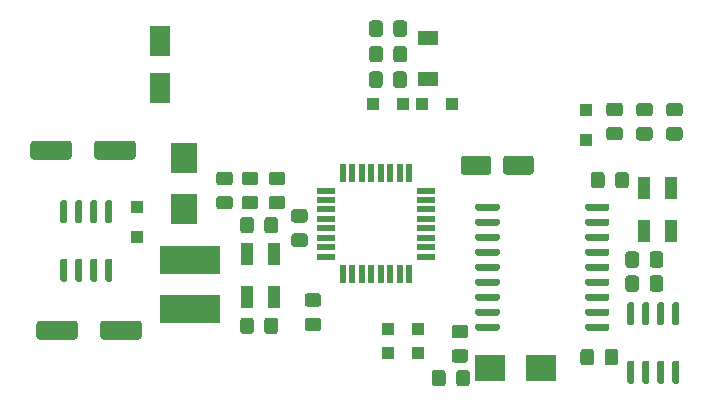
<source format=gbr>
%TF.GenerationSoftware,KiCad,Pcbnew,(5.1.6-0-10_14)*%
%TF.CreationDate,2021-03-12T18:27:13+01:00*%
%TF.ProjectId,CAN_Display,43414e5f-4469-4737-906c-61792e6b6963,rev?*%
%TF.SameCoordinates,Original*%
%TF.FileFunction,Paste,Top*%
%TF.FilePolarity,Positive*%
%FSLAX46Y46*%
G04 Gerber Fmt 4.6, Leading zero omitted, Abs format (unit mm)*
G04 Created by KiCad (PCBNEW (5.1.6-0-10_14)) date 2021-03-12 18:27:13*
%MOMM*%
%LPD*%
G01*
G04 APERTURE LIST*
%ADD10R,2.500000X2.300000*%
%ADD11R,1.800000X2.500000*%
%ADD12R,1.000000X1.000000*%
%ADD13R,1.100000X1.900000*%
%ADD14R,1.700000X1.300000*%
%ADD15R,5.100000X2.350000*%
%ADD16R,2.300000X2.500000*%
%ADD17R,0.550000X1.600000*%
%ADD18R,1.600000X0.550000*%
G04 APERTURE END LIST*
%TO.C,U2*%
G36*
G01*
X167444000Y-105641000D02*
X167444000Y-105941000D01*
G75*
G02*
X167294000Y-106091000I-150000J0D01*
G01*
X165544000Y-106091000D01*
G75*
G02*
X165394000Y-105941000I0J150000D01*
G01*
X165394000Y-105641000D01*
G75*
G02*
X165544000Y-105491000I150000J0D01*
G01*
X167294000Y-105491000D01*
G75*
G02*
X167444000Y-105641000I0J-150000D01*
G01*
G37*
G36*
G01*
X167444000Y-104371000D02*
X167444000Y-104671000D01*
G75*
G02*
X167294000Y-104821000I-150000J0D01*
G01*
X165544000Y-104821000D01*
G75*
G02*
X165394000Y-104671000I0J150000D01*
G01*
X165394000Y-104371000D01*
G75*
G02*
X165544000Y-104221000I150000J0D01*
G01*
X167294000Y-104221000D01*
G75*
G02*
X167444000Y-104371000I0J-150000D01*
G01*
G37*
G36*
G01*
X167444000Y-103101000D02*
X167444000Y-103401000D01*
G75*
G02*
X167294000Y-103551000I-150000J0D01*
G01*
X165544000Y-103551000D01*
G75*
G02*
X165394000Y-103401000I0J150000D01*
G01*
X165394000Y-103101000D01*
G75*
G02*
X165544000Y-102951000I150000J0D01*
G01*
X167294000Y-102951000D01*
G75*
G02*
X167444000Y-103101000I0J-150000D01*
G01*
G37*
G36*
G01*
X167444000Y-101831000D02*
X167444000Y-102131000D01*
G75*
G02*
X167294000Y-102281000I-150000J0D01*
G01*
X165544000Y-102281000D01*
G75*
G02*
X165394000Y-102131000I0J150000D01*
G01*
X165394000Y-101831000D01*
G75*
G02*
X165544000Y-101681000I150000J0D01*
G01*
X167294000Y-101681000D01*
G75*
G02*
X167444000Y-101831000I0J-150000D01*
G01*
G37*
G36*
G01*
X167444000Y-100561000D02*
X167444000Y-100861000D01*
G75*
G02*
X167294000Y-101011000I-150000J0D01*
G01*
X165544000Y-101011000D01*
G75*
G02*
X165394000Y-100861000I0J150000D01*
G01*
X165394000Y-100561000D01*
G75*
G02*
X165544000Y-100411000I150000J0D01*
G01*
X167294000Y-100411000D01*
G75*
G02*
X167444000Y-100561000I0J-150000D01*
G01*
G37*
G36*
G01*
X167444000Y-99291000D02*
X167444000Y-99591000D01*
G75*
G02*
X167294000Y-99741000I-150000J0D01*
G01*
X165544000Y-99741000D01*
G75*
G02*
X165394000Y-99591000I0J150000D01*
G01*
X165394000Y-99291000D01*
G75*
G02*
X165544000Y-99141000I150000J0D01*
G01*
X167294000Y-99141000D01*
G75*
G02*
X167444000Y-99291000I0J-150000D01*
G01*
G37*
G36*
G01*
X167444000Y-98021000D02*
X167444000Y-98321000D01*
G75*
G02*
X167294000Y-98471000I-150000J0D01*
G01*
X165544000Y-98471000D01*
G75*
G02*
X165394000Y-98321000I0J150000D01*
G01*
X165394000Y-98021000D01*
G75*
G02*
X165544000Y-97871000I150000J0D01*
G01*
X167294000Y-97871000D01*
G75*
G02*
X167444000Y-98021000I0J-150000D01*
G01*
G37*
G36*
G01*
X167444000Y-96751000D02*
X167444000Y-97051000D01*
G75*
G02*
X167294000Y-97201000I-150000J0D01*
G01*
X165544000Y-97201000D01*
G75*
G02*
X165394000Y-97051000I0J150000D01*
G01*
X165394000Y-96751000D01*
G75*
G02*
X165544000Y-96601000I150000J0D01*
G01*
X167294000Y-96601000D01*
G75*
G02*
X167444000Y-96751000I0J-150000D01*
G01*
G37*
G36*
G01*
X167444000Y-95481000D02*
X167444000Y-95781000D01*
G75*
G02*
X167294000Y-95931000I-150000J0D01*
G01*
X165544000Y-95931000D01*
G75*
G02*
X165394000Y-95781000I0J150000D01*
G01*
X165394000Y-95481000D01*
G75*
G02*
X165544000Y-95331000I150000J0D01*
G01*
X167294000Y-95331000D01*
G75*
G02*
X167444000Y-95481000I0J-150000D01*
G01*
G37*
G36*
G01*
X176744000Y-95481000D02*
X176744000Y-95781000D01*
G75*
G02*
X176594000Y-95931000I-150000J0D01*
G01*
X174844000Y-95931000D01*
G75*
G02*
X174694000Y-95781000I0J150000D01*
G01*
X174694000Y-95481000D01*
G75*
G02*
X174844000Y-95331000I150000J0D01*
G01*
X176594000Y-95331000D01*
G75*
G02*
X176744000Y-95481000I0J-150000D01*
G01*
G37*
G36*
G01*
X176744000Y-96751000D02*
X176744000Y-97051000D01*
G75*
G02*
X176594000Y-97201000I-150000J0D01*
G01*
X174844000Y-97201000D01*
G75*
G02*
X174694000Y-97051000I0J150000D01*
G01*
X174694000Y-96751000D01*
G75*
G02*
X174844000Y-96601000I150000J0D01*
G01*
X176594000Y-96601000D01*
G75*
G02*
X176744000Y-96751000I0J-150000D01*
G01*
G37*
G36*
G01*
X176744000Y-98021000D02*
X176744000Y-98321000D01*
G75*
G02*
X176594000Y-98471000I-150000J0D01*
G01*
X174844000Y-98471000D01*
G75*
G02*
X174694000Y-98321000I0J150000D01*
G01*
X174694000Y-98021000D01*
G75*
G02*
X174844000Y-97871000I150000J0D01*
G01*
X176594000Y-97871000D01*
G75*
G02*
X176744000Y-98021000I0J-150000D01*
G01*
G37*
G36*
G01*
X176744000Y-99291000D02*
X176744000Y-99591000D01*
G75*
G02*
X176594000Y-99741000I-150000J0D01*
G01*
X174844000Y-99741000D01*
G75*
G02*
X174694000Y-99591000I0J150000D01*
G01*
X174694000Y-99291000D01*
G75*
G02*
X174844000Y-99141000I150000J0D01*
G01*
X176594000Y-99141000D01*
G75*
G02*
X176744000Y-99291000I0J-150000D01*
G01*
G37*
G36*
G01*
X176744000Y-100561000D02*
X176744000Y-100861000D01*
G75*
G02*
X176594000Y-101011000I-150000J0D01*
G01*
X174844000Y-101011000D01*
G75*
G02*
X174694000Y-100861000I0J150000D01*
G01*
X174694000Y-100561000D01*
G75*
G02*
X174844000Y-100411000I150000J0D01*
G01*
X176594000Y-100411000D01*
G75*
G02*
X176744000Y-100561000I0J-150000D01*
G01*
G37*
G36*
G01*
X176744000Y-101831000D02*
X176744000Y-102131000D01*
G75*
G02*
X176594000Y-102281000I-150000J0D01*
G01*
X174844000Y-102281000D01*
G75*
G02*
X174694000Y-102131000I0J150000D01*
G01*
X174694000Y-101831000D01*
G75*
G02*
X174844000Y-101681000I150000J0D01*
G01*
X176594000Y-101681000D01*
G75*
G02*
X176744000Y-101831000I0J-150000D01*
G01*
G37*
G36*
G01*
X176744000Y-103101000D02*
X176744000Y-103401000D01*
G75*
G02*
X176594000Y-103551000I-150000J0D01*
G01*
X174844000Y-103551000D01*
G75*
G02*
X174694000Y-103401000I0J150000D01*
G01*
X174694000Y-103101000D01*
G75*
G02*
X174844000Y-102951000I150000J0D01*
G01*
X176594000Y-102951000D01*
G75*
G02*
X176744000Y-103101000I0J-150000D01*
G01*
G37*
G36*
G01*
X176744000Y-104371000D02*
X176744000Y-104671000D01*
G75*
G02*
X176594000Y-104821000I-150000J0D01*
G01*
X174844000Y-104821000D01*
G75*
G02*
X174694000Y-104671000I0J150000D01*
G01*
X174694000Y-104371000D01*
G75*
G02*
X174844000Y-104221000I150000J0D01*
G01*
X176594000Y-104221000D01*
G75*
G02*
X176744000Y-104371000I0J-150000D01*
G01*
G37*
G36*
G01*
X176744000Y-105641000D02*
X176744000Y-105941000D01*
G75*
G02*
X176594000Y-106091000I-150000J0D01*
G01*
X174844000Y-106091000D01*
G75*
G02*
X174694000Y-105941000I0J150000D01*
G01*
X174694000Y-105641000D01*
G75*
G02*
X174844000Y-105491000I150000J0D01*
G01*
X176594000Y-105491000D01*
G75*
G02*
X176744000Y-105641000I0J-150000D01*
G01*
G37*
%TD*%
D10*
%TO.C,D10*%
X166642000Y-109220000D03*
X170942000Y-109220000D03*
%TD*%
D11*
%TO.C,D4*%
X138684000Y-81534000D03*
X138684000Y-85534000D03*
%TD*%
D12*
%TO.C,D9*%
X160528000Y-107950000D03*
X158028000Y-107950000D03*
%TD*%
%TO.C,D8*%
X160528000Y-105918000D03*
X158028000Y-105918000D03*
%TD*%
%TO.C,D7*%
X156758000Y-86868000D03*
X159258000Y-86868000D03*
%TD*%
%TO.C,D5*%
X160909000Y-86868000D03*
X163409000Y-86868000D03*
%TD*%
%TO.C,D3*%
X174752000Y-89916000D03*
X174752000Y-87416000D03*
%TD*%
%TO.C,D2*%
X136779000Y-95631000D03*
X136779000Y-98131000D03*
%TD*%
D13*
%TO.C,Y2*%
X181991000Y-93980000D03*
X181991000Y-97680000D03*
X179691000Y-97680000D03*
X179691000Y-93980000D03*
%TD*%
%TO.C,Y1*%
X148336000Y-99568000D03*
X148336000Y-103268000D03*
X146036000Y-103268000D03*
X146036000Y-99568000D03*
%TD*%
%TO.C,R8*%
G36*
G01*
X157547000Y-82226999D02*
X157547000Y-83127001D01*
G75*
G02*
X157297001Y-83377000I-249999J0D01*
G01*
X156646999Y-83377000D01*
G75*
G02*
X156397000Y-83127001I0J249999D01*
G01*
X156397000Y-82226999D01*
G75*
G02*
X156646999Y-81977000I249999J0D01*
G01*
X157297001Y-81977000D01*
G75*
G02*
X157547000Y-82226999I0J-249999D01*
G01*
G37*
G36*
G01*
X159597000Y-82226999D02*
X159597000Y-83127001D01*
G75*
G02*
X159347001Y-83377000I-249999J0D01*
G01*
X158696999Y-83377000D01*
G75*
G02*
X158447000Y-83127001I0J249999D01*
G01*
X158447000Y-82226999D01*
G75*
G02*
X158696999Y-81977000I249999J0D01*
G01*
X159347001Y-81977000D01*
G75*
G02*
X159597000Y-82226999I0J-249999D01*
G01*
G37*
%TD*%
%TO.C,R7*%
G36*
G01*
X157547000Y-80067999D02*
X157547000Y-80968001D01*
G75*
G02*
X157297001Y-81218000I-249999J0D01*
G01*
X156646999Y-81218000D01*
G75*
G02*
X156397000Y-80968001I0J249999D01*
G01*
X156397000Y-80067999D01*
G75*
G02*
X156646999Y-79818000I249999J0D01*
G01*
X157297001Y-79818000D01*
G75*
G02*
X157547000Y-80067999I0J-249999D01*
G01*
G37*
G36*
G01*
X159597000Y-80067999D02*
X159597000Y-80968001D01*
G75*
G02*
X159347001Y-81218000I-249999J0D01*
G01*
X158696999Y-81218000D01*
G75*
G02*
X158447000Y-80968001I0J249999D01*
G01*
X158447000Y-80067999D01*
G75*
G02*
X158696999Y-79818000I249999J0D01*
G01*
X159347001Y-79818000D01*
G75*
G02*
X159597000Y-80067999I0J-249999D01*
G01*
G37*
%TD*%
D14*
%TO.C,D6*%
X161417000Y-81280000D03*
X161417000Y-84780000D03*
%TD*%
%TO.C,C15*%
G36*
G01*
X167737000Y-92625000D02*
X167737000Y-91525000D01*
G75*
G02*
X167987000Y-91275000I250000J0D01*
G01*
X170087000Y-91275000D01*
G75*
G02*
X170337000Y-91525000I0J-250000D01*
G01*
X170337000Y-92625000D01*
G75*
G02*
X170087000Y-92875000I-250000J0D01*
G01*
X167987000Y-92875000D01*
G75*
G02*
X167737000Y-92625000I0J250000D01*
G01*
G37*
G36*
G01*
X164137000Y-92625000D02*
X164137000Y-91525000D01*
G75*
G02*
X164387000Y-91275000I250000J0D01*
G01*
X166487000Y-91275000D01*
G75*
G02*
X166737000Y-91525000I0J-250000D01*
G01*
X166737000Y-92625000D01*
G75*
G02*
X166487000Y-92875000I-250000J0D01*
G01*
X164387000Y-92875000D01*
G75*
G02*
X164137000Y-92625000I0J250000D01*
G01*
G37*
%TD*%
%TO.C,C13*%
G36*
G01*
X157529000Y-84385999D02*
X157529000Y-85286001D01*
G75*
G02*
X157279001Y-85536000I-249999J0D01*
G01*
X156628999Y-85536000D01*
G75*
G02*
X156379000Y-85286001I0J249999D01*
G01*
X156379000Y-84385999D01*
G75*
G02*
X156628999Y-84136000I249999J0D01*
G01*
X157279001Y-84136000D01*
G75*
G02*
X157529000Y-84385999I0J-249999D01*
G01*
G37*
G36*
G01*
X159579000Y-84385999D02*
X159579000Y-85286001D01*
G75*
G02*
X159329001Y-85536000I-249999J0D01*
G01*
X158678999Y-85536000D01*
G75*
G02*
X158429000Y-85286001I0J249999D01*
G01*
X158429000Y-84385999D01*
G75*
G02*
X158678999Y-84136000I249999J0D01*
G01*
X159329001Y-84136000D01*
G75*
G02*
X159579000Y-84385999I0J-249999D01*
G01*
G37*
%TD*%
%TO.C,U4*%
G36*
G01*
X134216000Y-99990000D02*
X134516000Y-99990000D01*
G75*
G02*
X134666000Y-100140000I0J-150000D01*
G01*
X134666000Y-101790000D01*
G75*
G02*
X134516000Y-101940000I-150000J0D01*
G01*
X134216000Y-101940000D01*
G75*
G02*
X134066000Y-101790000I0J150000D01*
G01*
X134066000Y-100140000D01*
G75*
G02*
X134216000Y-99990000I150000J0D01*
G01*
G37*
G36*
G01*
X132946000Y-99990000D02*
X133246000Y-99990000D01*
G75*
G02*
X133396000Y-100140000I0J-150000D01*
G01*
X133396000Y-101790000D01*
G75*
G02*
X133246000Y-101940000I-150000J0D01*
G01*
X132946000Y-101940000D01*
G75*
G02*
X132796000Y-101790000I0J150000D01*
G01*
X132796000Y-100140000D01*
G75*
G02*
X132946000Y-99990000I150000J0D01*
G01*
G37*
G36*
G01*
X131676000Y-99990000D02*
X131976000Y-99990000D01*
G75*
G02*
X132126000Y-100140000I0J-150000D01*
G01*
X132126000Y-101790000D01*
G75*
G02*
X131976000Y-101940000I-150000J0D01*
G01*
X131676000Y-101940000D01*
G75*
G02*
X131526000Y-101790000I0J150000D01*
G01*
X131526000Y-100140000D01*
G75*
G02*
X131676000Y-99990000I150000J0D01*
G01*
G37*
G36*
G01*
X130406000Y-99990000D02*
X130706000Y-99990000D01*
G75*
G02*
X130856000Y-100140000I0J-150000D01*
G01*
X130856000Y-101790000D01*
G75*
G02*
X130706000Y-101940000I-150000J0D01*
G01*
X130406000Y-101940000D01*
G75*
G02*
X130256000Y-101790000I0J150000D01*
G01*
X130256000Y-100140000D01*
G75*
G02*
X130406000Y-99990000I150000J0D01*
G01*
G37*
G36*
G01*
X130406000Y-95040000D02*
X130706000Y-95040000D01*
G75*
G02*
X130856000Y-95190000I0J-150000D01*
G01*
X130856000Y-96840000D01*
G75*
G02*
X130706000Y-96990000I-150000J0D01*
G01*
X130406000Y-96990000D01*
G75*
G02*
X130256000Y-96840000I0J150000D01*
G01*
X130256000Y-95190000D01*
G75*
G02*
X130406000Y-95040000I150000J0D01*
G01*
G37*
G36*
G01*
X131676000Y-95040000D02*
X131976000Y-95040000D01*
G75*
G02*
X132126000Y-95190000I0J-150000D01*
G01*
X132126000Y-96840000D01*
G75*
G02*
X131976000Y-96990000I-150000J0D01*
G01*
X131676000Y-96990000D01*
G75*
G02*
X131526000Y-96840000I0J150000D01*
G01*
X131526000Y-95190000D01*
G75*
G02*
X131676000Y-95040000I150000J0D01*
G01*
G37*
G36*
G01*
X132946000Y-95040000D02*
X133246000Y-95040000D01*
G75*
G02*
X133396000Y-95190000I0J-150000D01*
G01*
X133396000Y-96840000D01*
G75*
G02*
X133246000Y-96990000I-150000J0D01*
G01*
X132946000Y-96990000D01*
G75*
G02*
X132796000Y-96840000I0J150000D01*
G01*
X132796000Y-95190000D01*
G75*
G02*
X132946000Y-95040000I150000J0D01*
G01*
G37*
G36*
G01*
X134216000Y-95040000D02*
X134516000Y-95040000D01*
G75*
G02*
X134666000Y-95190000I0J-150000D01*
G01*
X134666000Y-96840000D01*
G75*
G02*
X134516000Y-96990000I-150000J0D01*
G01*
X134216000Y-96990000D01*
G75*
G02*
X134066000Y-96840000I0J150000D01*
G01*
X134066000Y-95190000D01*
G75*
G02*
X134216000Y-95040000I150000J0D01*
G01*
G37*
%TD*%
D15*
%TO.C,L1*%
X141224000Y-104267000D03*
X141224000Y-100117000D03*
%TD*%
D16*
%TO.C,D1*%
X140716000Y-95758000D03*
X140716000Y-91458000D03*
%TD*%
%TO.C,C10*%
G36*
G01*
X131732000Y-105495000D02*
X131732000Y-106595000D01*
G75*
G02*
X131482000Y-106845000I-250000J0D01*
G01*
X128482000Y-106845000D01*
G75*
G02*
X128232000Y-106595000I0J250000D01*
G01*
X128232000Y-105495000D01*
G75*
G02*
X128482000Y-105245000I250000J0D01*
G01*
X131482000Y-105245000D01*
G75*
G02*
X131732000Y-105495000I0J-250000D01*
G01*
G37*
G36*
G01*
X137132000Y-105495000D02*
X137132000Y-106595000D01*
G75*
G02*
X136882000Y-106845000I-250000J0D01*
G01*
X133882000Y-106845000D01*
G75*
G02*
X133632000Y-106595000I0J250000D01*
G01*
X133632000Y-105495000D01*
G75*
G02*
X133882000Y-105245000I250000J0D01*
G01*
X136882000Y-105245000D01*
G75*
G02*
X137132000Y-105495000I0J-250000D01*
G01*
G37*
%TD*%
%TO.C,C9*%
G36*
G01*
X131224000Y-90255000D02*
X131224000Y-91355000D01*
G75*
G02*
X130974000Y-91605000I-250000J0D01*
G01*
X127974000Y-91605000D01*
G75*
G02*
X127724000Y-91355000I0J250000D01*
G01*
X127724000Y-90255000D01*
G75*
G02*
X127974000Y-90005000I250000J0D01*
G01*
X130974000Y-90005000D01*
G75*
G02*
X131224000Y-90255000I0J-250000D01*
G01*
G37*
G36*
G01*
X136624000Y-90255000D02*
X136624000Y-91355000D01*
G75*
G02*
X136374000Y-91605000I-250000J0D01*
G01*
X133374000Y-91605000D01*
G75*
G02*
X133124000Y-91355000I0J250000D01*
G01*
X133124000Y-90255000D01*
G75*
G02*
X133374000Y-90005000I250000J0D01*
G01*
X136374000Y-90005000D01*
G75*
G02*
X136624000Y-90255000I0J-250000D01*
G01*
G37*
%TD*%
%TO.C,C12*%
G36*
G01*
X176714999Y-88833000D02*
X177615001Y-88833000D01*
G75*
G02*
X177865000Y-89082999I0J-249999D01*
G01*
X177865000Y-89733001D01*
G75*
G02*
X177615001Y-89983000I-249999J0D01*
G01*
X176714999Y-89983000D01*
G75*
G02*
X176465000Y-89733001I0J249999D01*
G01*
X176465000Y-89082999D01*
G75*
G02*
X176714999Y-88833000I249999J0D01*
G01*
G37*
G36*
G01*
X176714999Y-86783000D02*
X177615001Y-86783000D01*
G75*
G02*
X177865000Y-87032999I0J-249999D01*
G01*
X177865000Y-87683001D01*
G75*
G02*
X177615001Y-87933000I-249999J0D01*
G01*
X176714999Y-87933000D01*
G75*
G02*
X176465000Y-87683001I0J249999D01*
G01*
X176465000Y-87032999D01*
G75*
G02*
X176714999Y-86783000I249999J0D01*
G01*
G37*
%TD*%
%TO.C,R6*%
G36*
G01*
X143694999Y-94675000D02*
X144595001Y-94675000D01*
G75*
G02*
X144845000Y-94924999I0J-249999D01*
G01*
X144845000Y-95575001D01*
G75*
G02*
X144595001Y-95825000I-249999J0D01*
G01*
X143694999Y-95825000D01*
G75*
G02*
X143445000Y-95575001I0J249999D01*
G01*
X143445000Y-94924999D01*
G75*
G02*
X143694999Y-94675000I249999J0D01*
G01*
G37*
G36*
G01*
X143694999Y-92625000D02*
X144595001Y-92625000D01*
G75*
G02*
X144845000Y-92874999I0J-249999D01*
G01*
X144845000Y-93525001D01*
G75*
G02*
X144595001Y-93775000I-249999J0D01*
G01*
X143694999Y-93775000D01*
G75*
G02*
X143445000Y-93525001I0J249999D01*
G01*
X143445000Y-92874999D01*
G75*
G02*
X143694999Y-92625000I249999J0D01*
G01*
G37*
%TD*%
%TO.C,R5*%
G36*
G01*
X148139999Y-94675000D02*
X149040001Y-94675000D01*
G75*
G02*
X149290000Y-94924999I0J-249999D01*
G01*
X149290000Y-95575001D01*
G75*
G02*
X149040001Y-95825000I-249999J0D01*
G01*
X148139999Y-95825000D01*
G75*
G02*
X147890000Y-95575001I0J249999D01*
G01*
X147890000Y-94924999D01*
G75*
G02*
X148139999Y-94675000I249999J0D01*
G01*
G37*
G36*
G01*
X148139999Y-92625000D02*
X149040001Y-92625000D01*
G75*
G02*
X149290000Y-92874999I0J-249999D01*
G01*
X149290000Y-93525001D01*
G75*
G02*
X149040001Y-93775000I-249999J0D01*
G01*
X148139999Y-93775000D01*
G75*
G02*
X147890000Y-93525001I0J249999D01*
G01*
X147890000Y-92874999D01*
G75*
G02*
X148139999Y-92625000I249999J0D01*
G01*
G37*
%TD*%
%TO.C,C11*%
G36*
G01*
X146754001Y-93775000D02*
X145853999Y-93775000D01*
G75*
G02*
X145604000Y-93525001I0J249999D01*
G01*
X145604000Y-92874999D01*
G75*
G02*
X145853999Y-92625000I249999J0D01*
G01*
X146754001Y-92625000D01*
G75*
G02*
X147004000Y-92874999I0J-249999D01*
G01*
X147004000Y-93525001D01*
G75*
G02*
X146754001Y-93775000I-249999J0D01*
G01*
G37*
G36*
G01*
X146754001Y-95825000D02*
X145853999Y-95825000D01*
G75*
G02*
X145604000Y-95575001I0J249999D01*
G01*
X145604000Y-94924999D01*
G75*
G02*
X145853999Y-94675000I249999J0D01*
G01*
X146754001Y-94675000D01*
G75*
G02*
X147004000Y-94924999I0J-249999D01*
G01*
X147004000Y-95575001D01*
G75*
G02*
X146754001Y-95825000I-249999J0D01*
G01*
G37*
%TD*%
%TO.C,U3*%
G36*
G01*
X182222000Y-108623000D02*
X182522000Y-108623000D01*
G75*
G02*
X182672000Y-108773000I0J-150000D01*
G01*
X182672000Y-110423000D01*
G75*
G02*
X182522000Y-110573000I-150000J0D01*
G01*
X182222000Y-110573000D01*
G75*
G02*
X182072000Y-110423000I0J150000D01*
G01*
X182072000Y-108773000D01*
G75*
G02*
X182222000Y-108623000I150000J0D01*
G01*
G37*
G36*
G01*
X180952000Y-108623000D02*
X181252000Y-108623000D01*
G75*
G02*
X181402000Y-108773000I0J-150000D01*
G01*
X181402000Y-110423000D01*
G75*
G02*
X181252000Y-110573000I-150000J0D01*
G01*
X180952000Y-110573000D01*
G75*
G02*
X180802000Y-110423000I0J150000D01*
G01*
X180802000Y-108773000D01*
G75*
G02*
X180952000Y-108623000I150000J0D01*
G01*
G37*
G36*
G01*
X179682000Y-108623000D02*
X179982000Y-108623000D01*
G75*
G02*
X180132000Y-108773000I0J-150000D01*
G01*
X180132000Y-110423000D01*
G75*
G02*
X179982000Y-110573000I-150000J0D01*
G01*
X179682000Y-110573000D01*
G75*
G02*
X179532000Y-110423000I0J150000D01*
G01*
X179532000Y-108773000D01*
G75*
G02*
X179682000Y-108623000I150000J0D01*
G01*
G37*
G36*
G01*
X178412000Y-108623000D02*
X178712000Y-108623000D01*
G75*
G02*
X178862000Y-108773000I0J-150000D01*
G01*
X178862000Y-110423000D01*
G75*
G02*
X178712000Y-110573000I-150000J0D01*
G01*
X178412000Y-110573000D01*
G75*
G02*
X178262000Y-110423000I0J150000D01*
G01*
X178262000Y-108773000D01*
G75*
G02*
X178412000Y-108623000I150000J0D01*
G01*
G37*
G36*
G01*
X178412000Y-103673000D02*
X178712000Y-103673000D01*
G75*
G02*
X178862000Y-103823000I0J-150000D01*
G01*
X178862000Y-105473000D01*
G75*
G02*
X178712000Y-105623000I-150000J0D01*
G01*
X178412000Y-105623000D01*
G75*
G02*
X178262000Y-105473000I0J150000D01*
G01*
X178262000Y-103823000D01*
G75*
G02*
X178412000Y-103673000I150000J0D01*
G01*
G37*
G36*
G01*
X179682000Y-103673000D02*
X179982000Y-103673000D01*
G75*
G02*
X180132000Y-103823000I0J-150000D01*
G01*
X180132000Y-105473000D01*
G75*
G02*
X179982000Y-105623000I-150000J0D01*
G01*
X179682000Y-105623000D01*
G75*
G02*
X179532000Y-105473000I0J150000D01*
G01*
X179532000Y-103823000D01*
G75*
G02*
X179682000Y-103673000I150000J0D01*
G01*
G37*
G36*
G01*
X180952000Y-103673000D02*
X181252000Y-103673000D01*
G75*
G02*
X181402000Y-103823000I0J-150000D01*
G01*
X181402000Y-105473000D01*
G75*
G02*
X181252000Y-105623000I-150000J0D01*
G01*
X180952000Y-105623000D01*
G75*
G02*
X180802000Y-105473000I0J150000D01*
G01*
X180802000Y-103823000D01*
G75*
G02*
X180952000Y-103673000I150000J0D01*
G01*
G37*
G36*
G01*
X182222000Y-103673000D02*
X182522000Y-103673000D01*
G75*
G02*
X182672000Y-103823000I0J-150000D01*
G01*
X182672000Y-105473000D01*
G75*
G02*
X182522000Y-105623000I-150000J0D01*
G01*
X182222000Y-105623000D01*
G75*
G02*
X182072000Y-105473000I0J150000D01*
G01*
X182072000Y-103823000D01*
G75*
G02*
X182222000Y-103673000I150000J0D01*
G01*
G37*
%TD*%
%TO.C,R4*%
G36*
G01*
X163763000Y-110559001D02*
X163763000Y-109658999D01*
G75*
G02*
X164012999Y-109409000I249999J0D01*
G01*
X164663001Y-109409000D01*
G75*
G02*
X164913000Y-109658999I0J-249999D01*
G01*
X164913000Y-110559001D01*
G75*
G02*
X164663001Y-110809000I-249999J0D01*
G01*
X164012999Y-110809000D01*
G75*
G02*
X163763000Y-110559001I0J249999D01*
G01*
G37*
G36*
G01*
X161713000Y-110559001D02*
X161713000Y-109658999D01*
G75*
G02*
X161962999Y-109409000I249999J0D01*
G01*
X162613001Y-109409000D01*
G75*
G02*
X162863000Y-109658999I0J-249999D01*
G01*
X162863000Y-110559001D01*
G75*
G02*
X162613001Y-110809000I-249999J0D01*
G01*
X161962999Y-110809000D01*
G75*
G02*
X161713000Y-110559001I0J249999D01*
G01*
G37*
%TD*%
%TO.C,R3*%
G36*
G01*
X151187999Y-104980000D02*
X152088001Y-104980000D01*
G75*
G02*
X152338000Y-105229999I0J-249999D01*
G01*
X152338000Y-105880001D01*
G75*
G02*
X152088001Y-106130000I-249999J0D01*
G01*
X151187999Y-106130000D01*
G75*
G02*
X150938000Y-105880001I0J249999D01*
G01*
X150938000Y-105229999D01*
G75*
G02*
X151187999Y-104980000I249999J0D01*
G01*
G37*
G36*
G01*
X151187999Y-102930000D02*
X152088001Y-102930000D01*
G75*
G02*
X152338000Y-103179999I0J-249999D01*
G01*
X152338000Y-103830001D01*
G75*
G02*
X152088001Y-104080000I-249999J0D01*
G01*
X151187999Y-104080000D01*
G75*
G02*
X150938000Y-103830001I0J249999D01*
G01*
X150938000Y-103179999D01*
G75*
G02*
X151187999Y-102930000I249999J0D01*
G01*
G37*
%TD*%
D17*
%TO.C,U1*%
X154172000Y-92778000D03*
X154972000Y-92778000D03*
X155772000Y-92778000D03*
X156572000Y-92778000D03*
X157372000Y-92778000D03*
X158172000Y-92778000D03*
X158972000Y-92778000D03*
X159772000Y-92778000D03*
D18*
X161222000Y-94228000D03*
X161222000Y-95028000D03*
X161222000Y-95828000D03*
X161222000Y-96628000D03*
X161222000Y-97428000D03*
X161222000Y-98228000D03*
X161222000Y-99028000D03*
X161222000Y-99828000D03*
D17*
X159772000Y-101278000D03*
X158972000Y-101278000D03*
X158172000Y-101278000D03*
X157372000Y-101278000D03*
X156572000Y-101278000D03*
X155772000Y-101278000D03*
X154972000Y-101278000D03*
X154172000Y-101278000D03*
D18*
X152722000Y-99828000D03*
X152722000Y-99028000D03*
X152722000Y-98228000D03*
X152722000Y-97428000D03*
X152722000Y-96628000D03*
X152722000Y-95828000D03*
X152722000Y-95028000D03*
X152722000Y-94228000D03*
%TD*%
%TO.C,C8*%
G36*
G01*
X176336000Y-108781001D02*
X176336000Y-107880999D01*
G75*
G02*
X176585999Y-107631000I249999J0D01*
G01*
X177236001Y-107631000D01*
G75*
G02*
X177486000Y-107880999I0J-249999D01*
G01*
X177486000Y-108781001D01*
G75*
G02*
X177236001Y-109031000I-249999J0D01*
G01*
X176585999Y-109031000D01*
G75*
G02*
X176336000Y-108781001I0J249999D01*
G01*
G37*
G36*
G01*
X174286000Y-108781001D02*
X174286000Y-107880999D01*
G75*
G02*
X174535999Y-107631000I249999J0D01*
G01*
X175186001Y-107631000D01*
G75*
G02*
X175436000Y-107880999I0J-249999D01*
G01*
X175436000Y-108781001D01*
G75*
G02*
X175186001Y-109031000I-249999J0D01*
G01*
X174535999Y-109031000D01*
G75*
G02*
X174286000Y-108781001I0J249999D01*
G01*
G37*
%TD*%
%TO.C,C7*%
G36*
G01*
X164534001Y-106747000D02*
X163633999Y-106747000D01*
G75*
G02*
X163384000Y-106497001I0J249999D01*
G01*
X163384000Y-105846999D01*
G75*
G02*
X163633999Y-105597000I249999J0D01*
G01*
X164534001Y-105597000D01*
G75*
G02*
X164784000Y-105846999I0J-249999D01*
G01*
X164784000Y-106497001D01*
G75*
G02*
X164534001Y-106747000I-249999J0D01*
G01*
G37*
G36*
G01*
X164534001Y-108797000D02*
X163633999Y-108797000D01*
G75*
G02*
X163384000Y-108547001I0J249999D01*
G01*
X163384000Y-107896999D01*
G75*
G02*
X163633999Y-107647000I249999J0D01*
G01*
X164534001Y-107647000D01*
G75*
G02*
X164784000Y-107896999I0J-249999D01*
G01*
X164784000Y-108547001D01*
G75*
G02*
X164534001Y-108797000I-249999J0D01*
G01*
G37*
%TD*%
%TO.C,C6*%
G36*
G01*
X150945001Y-96950000D02*
X150044999Y-96950000D01*
G75*
G02*
X149795000Y-96700001I0J249999D01*
G01*
X149795000Y-96049999D01*
G75*
G02*
X150044999Y-95800000I249999J0D01*
G01*
X150945001Y-95800000D01*
G75*
G02*
X151195000Y-96049999I0J-249999D01*
G01*
X151195000Y-96700001D01*
G75*
G02*
X150945001Y-96950000I-249999J0D01*
G01*
G37*
G36*
G01*
X150945001Y-99000000D02*
X150044999Y-99000000D01*
G75*
G02*
X149795000Y-98750001I0J249999D01*
G01*
X149795000Y-98099999D01*
G75*
G02*
X150044999Y-97850000I249999J0D01*
G01*
X150945001Y-97850000D01*
G75*
G02*
X151195000Y-98099999I0J-249999D01*
G01*
X151195000Y-98750001D01*
G75*
G02*
X150945001Y-99000000I-249999J0D01*
G01*
G37*
%TD*%
%TO.C,C5*%
G36*
G01*
X181794999Y-88851000D02*
X182695001Y-88851000D01*
G75*
G02*
X182945000Y-89100999I0J-249999D01*
G01*
X182945000Y-89751001D01*
G75*
G02*
X182695001Y-90001000I-249999J0D01*
G01*
X181794999Y-90001000D01*
G75*
G02*
X181545000Y-89751001I0J249999D01*
G01*
X181545000Y-89100999D01*
G75*
G02*
X181794999Y-88851000I249999J0D01*
G01*
G37*
G36*
G01*
X181794999Y-86801000D02*
X182695001Y-86801000D01*
G75*
G02*
X182945000Y-87050999I0J-249999D01*
G01*
X182945000Y-87701001D01*
G75*
G02*
X182695001Y-87951000I-249999J0D01*
G01*
X181794999Y-87951000D01*
G75*
G02*
X181545000Y-87701001I0J249999D01*
G01*
X181545000Y-87050999D01*
G75*
G02*
X181794999Y-86801000I249999J0D01*
G01*
G37*
%TD*%
%TO.C,R2*%
G36*
G01*
X180146000Y-102558001D02*
X180146000Y-101657999D01*
G75*
G02*
X180395999Y-101408000I249999J0D01*
G01*
X181046001Y-101408000D01*
G75*
G02*
X181296000Y-101657999I0J-249999D01*
G01*
X181296000Y-102558001D01*
G75*
G02*
X181046001Y-102808000I-249999J0D01*
G01*
X180395999Y-102808000D01*
G75*
G02*
X180146000Y-102558001I0J249999D01*
G01*
G37*
G36*
G01*
X178096000Y-102558001D02*
X178096000Y-101657999D01*
G75*
G02*
X178345999Y-101408000I249999J0D01*
G01*
X178996001Y-101408000D01*
G75*
G02*
X179246000Y-101657999I0J-249999D01*
G01*
X179246000Y-102558001D01*
G75*
G02*
X178996001Y-102808000I-249999J0D01*
G01*
X178345999Y-102808000D01*
G75*
G02*
X178096000Y-102558001I0J249999D01*
G01*
G37*
%TD*%
%TO.C,R1*%
G36*
G01*
X179254999Y-88851000D02*
X180155001Y-88851000D01*
G75*
G02*
X180405000Y-89100999I0J-249999D01*
G01*
X180405000Y-89751001D01*
G75*
G02*
X180155001Y-90001000I-249999J0D01*
G01*
X179254999Y-90001000D01*
G75*
G02*
X179005000Y-89751001I0J249999D01*
G01*
X179005000Y-89100999D01*
G75*
G02*
X179254999Y-88851000I249999J0D01*
G01*
G37*
G36*
G01*
X179254999Y-86801000D02*
X180155001Y-86801000D01*
G75*
G02*
X180405000Y-87050999I0J-249999D01*
G01*
X180405000Y-87701001D01*
G75*
G02*
X180155001Y-87951000I-249999J0D01*
G01*
X179254999Y-87951000D01*
G75*
G02*
X179005000Y-87701001I0J249999D01*
G01*
X179005000Y-87050999D01*
G75*
G02*
X179254999Y-86801000I249999J0D01*
G01*
G37*
%TD*%
%TO.C,C4*%
G36*
G01*
X179246000Y-99625999D02*
X179246000Y-100526001D01*
G75*
G02*
X178996001Y-100776000I-249999J0D01*
G01*
X178345999Y-100776000D01*
G75*
G02*
X178096000Y-100526001I0J249999D01*
G01*
X178096000Y-99625999D01*
G75*
G02*
X178345999Y-99376000I249999J0D01*
G01*
X178996001Y-99376000D01*
G75*
G02*
X179246000Y-99625999I0J-249999D01*
G01*
G37*
G36*
G01*
X181296000Y-99625999D02*
X181296000Y-100526001D01*
G75*
G02*
X181046001Y-100776000I-249999J0D01*
G01*
X180395999Y-100776000D01*
G75*
G02*
X180146000Y-100526001I0J249999D01*
G01*
X180146000Y-99625999D01*
G75*
G02*
X180395999Y-99376000I249999J0D01*
G01*
X181046001Y-99376000D01*
G75*
G02*
X181296000Y-99625999I0J-249999D01*
G01*
G37*
%TD*%
%TO.C,C3*%
G36*
G01*
X176325000Y-92894999D02*
X176325000Y-93795001D01*
G75*
G02*
X176075001Y-94045000I-249999J0D01*
G01*
X175424999Y-94045000D01*
G75*
G02*
X175175000Y-93795001I0J249999D01*
G01*
X175175000Y-92894999D01*
G75*
G02*
X175424999Y-92645000I249999J0D01*
G01*
X176075001Y-92645000D01*
G75*
G02*
X176325000Y-92894999I0J-249999D01*
G01*
G37*
G36*
G01*
X178375000Y-92894999D02*
X178375000Y-93795001D01*
G75*
G02*
X178125001Y-94045000I-249999J0D01*
G01*
X177474999Y-94045000D01*
G75*
G02*
X177225000Y-93795001I0J249999D01*
G01*
X177225000Y-92894999D01*
G75*
G02*
X177474999Y-92645000I249999J0D01*
G01*
X178125001Y-92645000D01*
G75*
G02*
X178375000Y-92894999I0J-249999D01*
G01*
G37*
%TD*%
%TO.C,C2*%
G36*
G01*
X147525000Y-106132001D02*
X147525000Y-105231999D01*
G75*
G02*
X147774999Y-104982000I249999J0D01*
G01*
X148425001Y-104982000D01*
G75*
G02*
X148675000Y-105231999I0J-249999D01*
G01*
X148675000Y-106132001D01*
G75*
G02*
X148425001Y-106382000I-249999J0D01*
G01*
X147774999Y-106382000D01*
G75*
G02*
X147525000Y-106132001I0J249999D01*
G01*
G37*
G36*
G01*
X145475000Y-106132001D02*
X145475000Y-105231999D01*
G75*
G02*
X145724999Y-104982000I249999J0D01*
G01*
X146375001Y-104982000D01*
G75*
G02*
X146625000Y-105231999I0J-249999D01*
G01*
X146625000Y-106132001D01*
G75*
G02*
X146375001Y-106382000I-249999J0D01*
G01*
X145724999Y-106382000D01*
G75*
G02*
X145475000Y-106132001I0J249999D01*
G01*
G37*
%TD*%
%TO.C,C1*%
G36*
G01*
X146625000Y-96704999D02*
X146625000Y-97605001D01*
G75*
G02*
X146375001Y-97855000I-249999J0D01*
G01*
X145724999Y-97855000D01*
G75*
G02*
X145475000Y-97605001I0J249999D01*
G01*
X145475000Y-96704999D01*
G75*
G02*
X145724999Y-96455000I249999J0D01*
G01*
X146375001Y-96455000D01*
G75*
G02*
X146625000Y-96704999I0J-249999D01*
G01*
G37*
G36*
G01*
X148675000Y-96704999D02*
X148675000Y-97605001D01*
G75*
G02*
X148425001Y-97855000I-249999J0D01*
G01*
X147774999Y-97855000D01*
G75*
G02*
X147525000Y-97605001I0J249999D01*
G01*
X147525000Y-96704999D01*
G75*
G02*
X147774999Y-96455000I249999J0D01*
G01*
X148425001Y-96455000D01*
G75*
G02*
X148675000Y-96704999I0J-249999D01*
G01*
G37*
%TD*%
M02*

</source>
